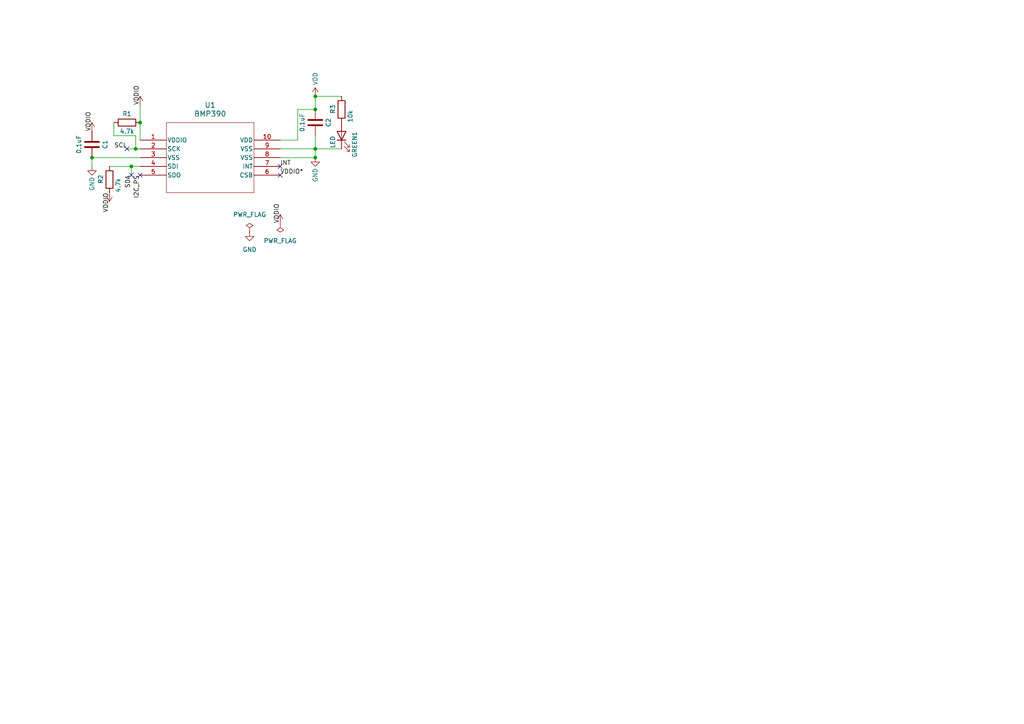
<source format=kicad_sch>
(kicad_sch (version 20230121) (generator eeschema)
  (paper "A4")
  (lib_symbols
    (symbol "Device:C" (pin_numbers hide) (pin_names (offset 0.254))
      (property "Reference" "C" (at 0.635 2.54 0))
      (property "Value" "C" (at 0.635 -2.54 0))
      (symbol "C_0_1"
        (polyline (pts (xy -2.032 -0.762) (xy 2.032 -0.762)) (stroke (width 0.508)))
        (polyline (pts (xy -2.032 0.762) (xy 2.032 0.762)) (stroke (width 0.508)))
      )
      (symbol "C_1_1"
        (pin passive line (at 0 3.81 270) (length 2.794) (name "~") (number "1"))
        (pin passive line (at 0 -3.81 90) (length 2.794) (name "~") (number "2"))
      )
    )
    (symbol "Device:LED" (pin_numbers hide) (pin_names (offset 1.016) hide)
      (property "Reference" "D" (at 0 2.54 0))
      (property "Value" "LED" (at 0 -2.54 0))
      (symbol "LED_0_1"
        (polyline (pts (xy -1.27 -1.27) (xy -1.27 1.27)) (stroke (width 0.254)))
        (polyline (pts (xy -1.27 0) (xy 1.27 0)))
        (polyline (pts (xy 1.27 -1.27) (xy 1.27 1.27) (xy -1.27 0) (xy 1.27 -1.27)) (stroke (width 0.254)))
        (polyline (pts (xy -3.048 -0.762) (xy -4.572 -2.286) (xy -3.81 -2.286) (xy -4.572 -2.286) (xy -4.572 -1.524)))
        (polyline (pts (xy -1.778 -0.762) (xy -3.302 -2.286) (xy -2.54 -2.286) (xy -3.302 -2.286) (xy -3.302 -1.524)))
      )
      (symbol "LED_1_1"
        (pin passive line (at -3.81 0 0) (length 2.54) (name "K") (number "1"))
        (pin passive line (at 3.81 0 180) (length 2.54) (name "A") (number "2"))
      )
    )
    (symbol "Device:R" (pin_numbers hide) (pin_names (offset 0))
      (property "Reference" "R" (at 2.032 0 90))
      (property "Value" "R" (at 0 0 90))
      (symbol "R_0_1"
        (rectangle (start -1.016 -2.54) (end 1.016 2.54) (stroke (width 0.254)))
      )
      (symbol "R_1_1"
        (pin passive line (at 0 3.81 270) (length 1.27) (name "~") (number "1"))
        (pin passive line (at 0 -3.81 90) (length 1.27) (name "~") (number "2"))
      )
    )
    (symbol "MiniAvionics_Components:BMP390" (pin_names (offset 0.254))
      (property "Reference" "U1" (at 20.32 10.16 0))
      (property "Value" "BMP390" (at 20.32 7.62 0))
      (symbol "BMP390_0_1"
        (polyline (pts (xy 7.62 -15.24) (xy 33.02 -15.24)) (stroke (width 0.127)))
        (polyline (pts (xy 7.62 5.08) (xy 7.62 -15.24)) (stroke (width 0.127)))
        (polyline (pts (xy 33.02 -15.24) (xy 33.02 5.08)) (stroke (width 0.127)))
        (polyline (pts (xy 33.02 5.08) (xy 7.62 5.08)) (stroke (width 0.127)))
        (pin power_in line (at 0 0 0) (length 7.62) (name "VDDIO") (number "1"))
        (pin power_in line (at 40.64 0 180) (length 7.62) (name "VDD") (number "10"))
        (pin input line (at 0 -2.54 0) (length 7.62) (name "SCK") (number "2"))
        (pin bidirectional line (at 0 -7.62 0) (length 7.62) (name "SDI") (number "4"))
        (pin bidirectional line (at 0 -10.16 0) (length 7.62) (name "SDO") (number "5"))
        (pin input line (at 40.64 -10.16 180) (length 7.62) (name "CSB") (number "6"))
        (pin input line (at 40.64 -7.62 180) (length 7.62) (name "INT") (number "7"))
      )
      (symbol "BMP390_1_1"
        (pin power_in line (at 0 -5.08 0) (length 7.62) (name "VSS") (number "3"))
        (pin power_in line (at 40.64 -5.08 180) (length 7.62) (name "VSS") (number "8"))
        (pin power_in line (at 40.64 -2.54 180) (length 7.62) (name "VSS") (number "9"))
      )
    )
    (symbol "power:GND" (power) (pin_names (offset 0))
      (property "Value" "GND" (at 0 -3.81 0))
      (symbol "GND_0_1"
        (polyline (pts (xy 0 0) (xy 0 -1.27) (xy 1.27 -1.27) (xy 0 -2.54) (xy -1.27 -1.27) (xy 0 -1.27)))
      )
      (symbol "GND_1_1"
        (pin power_in line (at 0 0 270) (length 0) hide (name "GND") (number "1"))
      )
    )
    (symbol "power:PWR_FLAG" (power) (pin_numbers hide) (pin_names (offset 0) hide)
      (property "Value" "PWR_FLAG" (at 0 3.81 0))
      (symbol "PWR_FLAG_0_0"
        (pin power_out line (at 0 0 90) (length 0) (name "pwr") (number "1"))
      )
      (symbol "PWR_FLAG_0_1"
        (polyline (pts (xy 0 0) (xy 0 1.27) (xy -1.016 1.905) (xy 0 2.54) (xy 1.016 1.905) (xy 0 1.27)))
      )
    )
    (symbol "power:VDD" (power) (pin_names (offset 0))
      (property "Value" "VDD" (at 0 3.81 0))
      (symbol "VDD_0_1"
        (polyline (pts (xy -0.762 1.27) (xy 0 2.54)))
        (polyline (pts (xy 0 0) (xy 0 2.54)))
        (polyline (pts (xy 0 2.54) (xy 0.762 1.27)))
      )
      (symbol "VDD_1_1"
        (pin power_in line (at 0 0 90) (length 0) hide (name "VDD") (number "1"))
      )
    )
  )
  (junction (at 91.44 27.94))
  (junction (at 26.67 45.72))
  (junction (at 38.1 48.26))
  (junction (at 40.64 35.56))
  (junction (at 91.44 43.18))
  (junction (at 39.37 43.18))
  (junction (at 91.44 31.75))
  (junction (at 91.44 45.72))
  (no_connect (at 81.28 48.26))
  (no_connect (at 38.1 50.8))
  (no_connect (at 36.83 43.18))
  (no_connect (at 40.64 50.8))
  (no_connect (at 81.28 50.8))
  (wire (pts (xy 40.64 30.48) (xy 40.64 35.56)))
  (wire (pts (xy 26.67 45.72) (xy 40.64 45.72)))
  (wire (pts (xy 39.37 39.37) (xy 33.02 39.37)))
  (wire (pts (xy 91.44 27.94) (xy 99.06 27.94)))
  (wire (pts (xy 38.1 48.26) (xy 38.1 50.8)))
  (wire (pts (xy 39.37 43.18) (xy 39.37 39.37)))
  (wire (pts (xy 91.44 43.18) (xy 99.06 43.18)))
  (wire (pts (xy 81.28 43.18) (xy 91.44 43.18)))
  (wire (pts (xy 38.1 48.26) (xy 40.64 48.26)))
  (wire (pts (xy 91.44 39.37) (xy 91.44 43.18)))
  (wire (pts (xy 33.02 39.37) (xy 33.02 35.56)))
  (wire (pts (xy 40.64 35.56) (xy 40.64 40.64)))
  (wire (pts (xy 81.28 45.72) (xy 91.44 45.72)))
  (wire (pts (xy 81.28 40.64) (xy 86.36 40.64)))
  (wire (pts (xy 86.36 31.75) (xy 91.44 31.75)))
  (wire (pts (xy 86.36 31.75) (xy 86.36 40.64)))
  (wire (pts (xy 40.64 43.18) (xy 39.37 43.18)))
  (wire (pts (xy 91.44 31.75) (xy 91.44 33.02)))
  (wire (pts (xy 91.44 43.18) (xy 91.44 45.72)))
  (wire (pts (xy 31.75 48.26) (xy 38.1 48.26)))
  (wire (pts (xy 26.67 45.72) (xy 26.67 48.26)))
  (wire (pts (xy 91.44 27.94) (xy 91.44 31.75)))
  (wire (pts (xy 36.83 43.18) (xy 39.37 43.18)))
  (label "VDDIO" (at 40.64 30.48 90))
  (label "VDDIO" (at 81.28 64.77 90))
  (label "SCL" (at 36.83 43.18 180))
  (label "VDDIO" (at 31.75 55.88 270))
  (label "VDDIO" (at 26.67 38.1 90))
  (label "INT" (at 81.28 48.26 0))
  (label "SDA" (at 38.1 50.8 270))
  (label "I2C_PS" (at 40.64 50.8 270))
  (label "VDDIO*" (at 81.28 50.8 0))
  (symbol (lib_id "Device:LED") (at 99.06 39.37 90) (unit 1)
    (property "Reference" "GREEN1" (at 102.87 38.1 0) (effects (justify right)))
    (property "Value" "LED" (at 96.52 39.37 0) (effects (justify right)))
    (property "Footprint" "Resistor_SMD:R_0603_1608Metric" (effects hide))
  )
  (symbol (lib_id "power:PWR_FLAG") (at 81.28 64.77 180) (unit 1)
    (property "Reference" "#FLG02" (effects hide))
    (property "Value" "PWR_FLAG" (at 81.28 69.85 0))
  )
  (symbol (lib_id "power:GND") (at 91.44 45.72 0) (unit 1)
    (property "Reference" "#PWR05" (effects hide))
    (property "Value" "GND" (at 91.44 50.8 90))
  )
  (symbol (lib_id "power:VDD") (at 40.64 30.48 0) (unit 1)
    (property "Reference" "#PWR01" (effects hide))
    (property "Value" "VDD" (effects hide))
  )
  (symbol (lib_id "Device:C") (at 91.44 35.56 0) (unit 1)
    (property "Reference" "C2" (at 95.25 35.56 90))
    (property "Value" "0.1uF" (at 87.63 35.56 90))
    (property "Footprint" "Resistor_SMD:R_0603_1608Metric" (effects hide))
  )
  (symbol (lib_id "power:VDD") (at 91.44 27.94 0) (unit 1)
    (property "Reference" "#PWR06" (effects hide))
    (property "Value" "VDD" (at 91.44 22.86 90))
  )
  (symbol (lib_id "power:GND") (at 72.39 67.31 0) (unit 1)
    (property "Reference" "#PWR07" (effects hide))
    (property "Value" "GND" (at 72.39 72.39 0))
  )
  (symbol (lib_id "power:VDD") (at 81.28 64.77 0) (unit 1)
    (property "Reference" "#PWR08" (effects hide))
    (property "Value" "VDD" (effects hide))
  )
  (symbol (lib_id "power:GND") (at 26.67 48.26 0) (unit 1)
    (property "Reference" "#PWR02" (effects hide))
    (property "Value" "GND" (at 26.67 53.34 90))
  )
  (symbol (lib_id "Device:R") (at 36.83 35.56 90) (unit 1)
    (property "Reference" "R1" (at 36.83 33.02 90))
    (property "Value" "4.7k" (at 36.83 38.1 90))
    (property "Footprint" "Resistor_SMD:R_0603_1608Metric" (effects hide))
  )
  (symbol (lib_id "Device:C") (at 26.67 41.91 0) (unit 1)
    (property "Reference" "C1" (at 30.48 41.91 90))
    (property "Value" "0.1uF" (at 22.86 41.91 90))
    (property "Footprint" "Resistor_SMD:R_0603_1608Metric" (effects hide))
  )
  (symbol (lib_id "Device:R") (at 99.06 31.75 0) (unit 1)
    (property "Reference" "R3" (at 96.52 33.02 90) (effects (justify left)))
    (property "Value" "10k" (at 101.6 35.56 90) (effects (justify left)))
    (property "Footprint" "Resistor_SMD:R_0603_1608Metric" (effects hide))
  )
  (symbol (lib_id "MiniAvionics_Components:BMP390") (at 40.64 40.64 0) (unit 1)
    (property "Reference" "U1" (at 60.96 30.48 0) (effects (font (size 1.524 1.524))))
    (property "Value" "BMP390" (at 60.96 33.02 0) (effects (font (size 1.524 1.524))))
    (property "Footprint" "MiniAvionics:LGA10_BMP390_BOS" (effects hide))
    (property "Datasheet" "BMP390" (effects hide))
  )
  (symbol (lib_id "power:VDD") (at 26.67 38.1 0) (unit 1)
    (property "Reference" "#PWR03" (effects hide))
    (property "Value" "VDD" (effects hide))
  )
  (symbol (lib_id "power:PWR_FLAG") (at 72.39 67.31 0) (unit 1)
    (property "Reference" "#FLG01" (effects hide))
    (property "Value" "PWR_FLAG" (at 72.39 62.23 0))
  )
  (symbol (lib_id "power:VDD") (at 31.75 55.88 180) (unit 1)
    (property "Reference" "#PWR04" (effects hide))
    (property "Value" "VDD" (effects hide))
  )
  (symbol (lib_id "Device:R") (at 31.75 52.07 0) (unit 1)
    (property "Reference" "R2" (at 29.21 53.34 90) (effects (justify left)))
    (property "Value" "4.7k" (at 34.29 55.88 90) (effects (justify left)))
    (property "Footprint" "Resistor_SMD:R_0603_1608Metric" (effects hide))
  )
)
</source>
